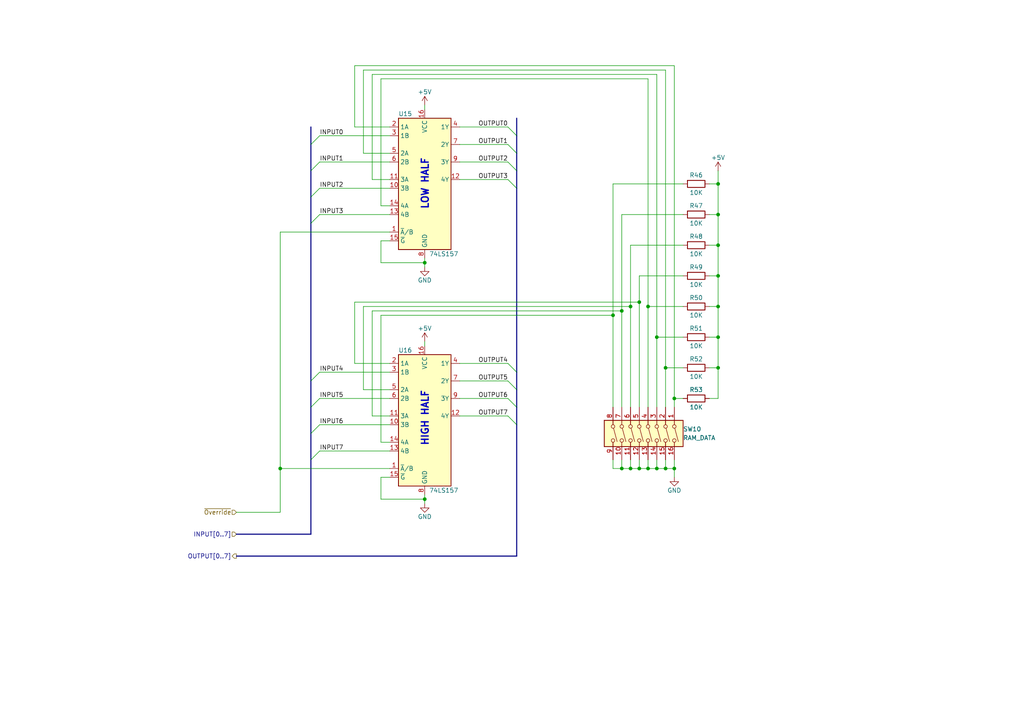
<source format=kicad_sch>
(kicad_sch (version 20231120) (generator "eeschema") (generator_version "8.0")
  (paper "A4")
  (title_block (title "8-Bit Computer - Memory Data Overrider") (date "2024-03-10") (rev "1") (comment 1 "Creator: Matan Brightbert"))
  (lib_symbols
    (symbol "Custom:74LS157"
      (property "Reference" "U" (at -7.62 20.32 0))
      (property "Value" "74LS157" (at 1.27 -20.32 0))
      (symbol "74LS157_0_1"
        (rectangle (start -7.62 19.05) (end 7.62 -19.05) (stroke (width 0.254)) (fill (type background)))
      )
      (symbol "74LS157_1_1"
        (pin input line (at -10.16 -13.97 0) (length 2.54) (name "~{A}/B") (number "1"))
        (pin input line (at -10.16 -1.27 0) (length 2.54) (name "3B") (number "10"))
        (pin input line (at -10.16 1.27 0) (length 2.54) (name "3A") (number "11"))
        (pin tri_state line (at 10.16 1.27 180) (length 2.54) (name "4Y") (number "12"))
        (pin input line (at -10.16 -8.89 0) (length 2.54) (name "4B") (number "13"))
        (pin input line (at -10.16 -6.35 0) (length 2.54) (name "4A") (number "14"))
        (pin input line (at -10.16 -16.51 0) (length 2.54) (name "~{G}") (number "15"))
        (pin power_in line (at 0 21.59 270) (length 2.54) (name "VCC") (number "16"))
        (pin input line (at -10.16 16.51 0) (length 2.54) (name "1A") (number "2"))
        (pin input line (at -10.16 13.97 0) (length 2.54) (name "1B") (number "3"))
        (pin tri_state line (at 10.16 16.51 180) (length 2.54) (name "1Y") (number "4"))
        (pin input line (at -10.16 8.89 0) (length 2.54) (name "2A") (number "5"))
        (pin input line (at -10.16 6.35 0) (length 2.54) (name "2B") (number "6"))
        (pin tri_state line (at 10.16 11.43 180) (length 2.54) (name "2Y") (number "7"))
        (pin power_in line (at 0 -21.59 90) (length 2.54) (name "GND") (number "8"))
        (pin tri_state line (at 10.16 6.35 180) (length 2.54) (name "3Y") (number "9"))
      )
    )
    (symbol "Device:R" (pin_numbers hide) (pin_names (offset 0))
      (property "Reference" "R" (at 2.032 0 90))
      (property "Value" "R" (at 0 0 90))
      (symbol "R_0_1"
        (rectangle (start -1.016 -2.54) (end 1.016 2.54) (stroke (width 0.254)))
      )
      (symbol "R_1_1"
        (pin passive line (at 0 3.81 270) (length 1.27) (name "~") (number "1"))
        (pin passive line (at 0 -3.81 90) (length 1.27) (name "~") (number "2"))
      )
    )
    (symbol "Switch:SW_DIP_x08" (pin_names (offset 0) hide)
      (property "Reference" "SW" (at 0 13.97 0))
      (property "Value" "SW_DIP_x08" (at 0 -11.43 0))
      (symbol "SW_DIP_x08_0_0"
        (circle (center -2.032 -7.62) (radius 0.508))
        (circle (center -2.032 -5.08) (radius 0.508))
        (circle (center -2.032 -2.54) (radius 0.508))
        (circle (center -2.032 0) (radius 0.508))
        (circle (center -2.032 2.54) (radius 0.508))
        (circle (center -2.032 5.08) (radius 0.508))
        (circle (center -2.032 7.62) (radius 0.508))
        (circle (center -2.032 10.16) (radius 0.508))
        (polyline (pts (xy -1.524 -7.4676) (xy 2.3622 -6.4262)))
        (polyline (pts (xy -1.524 -4.9276) (xy 2.3622 -3.8862)))
        (polyline (pts (xy -1.524 -2.3876) (xy 2.3622 -1.3462)))
        (polyline (pts (xy -1.524 0.127) (xy 2.3622 1.1684)))
        (polyline (pts (xy -1.524 2.667) (xy 2.3622 3.7084)))
        (polyline (pts (xy -1.524 5.207) (xy 2.3622 6.2484)))
        (polyline (pts (xy -1.524 7.747) (xy 2.3622 8.7884)))
        (polyline (pts (xy -1.524 10.287) (xy 2.3622 11.3284)))
        (circle (center 2.032 -7.62) (radius 0.508))
        (circle (center 2.032 -5.08) (radius 0.508))
        (circle (center 2.032 -2.54) (radius 0.508))
        (circle (center 2.032 0) (radius 0.508))
        (circle (center 2.032 2.54) (radius 0.508))
        (circle (center 2.032 5.08) (radius 0.508))
        (circle (center 2.032 7.62) (radius 0.508))
        (circle (center 2.032 10.16) (radius 0.508))
      )
      (symbol "SW_DIP_x08_0_1"
        (rectangle (start -3.81 12.7) (end 3.81 -10.16) (stroke (width 0.254)) (fill (type background)))
      )
      (symbol "SW_DIP_x08_1_1"
        (pin passive line (at -7.62 10.16 0) (length 5.08) (name "~") (number "1"))
        (pin passive line (at 7.62 -5.08 180) (length 5.08) (name "~") (number "10"))
        (pin passive line (at 7.62 -2.54 180) (length 5.08) (name "~") (number "11"))
        (pin passive line (at 7.62 0 180) (length 5.08) (name "~") (number "12"))
        (pin passive line (at 7.62 2.54 180) (length 5.08) (name "~") (number "13"))
        (pin passive line (at 7.62 5.08 180) (length 5.08) (name "~") (number "14"))
        (pin passive line (at 7.62 7.62 180) (length 5.08) (name "~") (number "15"))
        (pin passive line (at 7.62 10.16 180) (length 5.08) (name "~") (number "16"))
        (pin passive line (at -7.62 7.62 0) (length 5.08) (name "~") (number "2"))
        (pin passive line (at -7.62 5.08 0) (length 5.08) (name "~") (number "3"))
        (pin passive line (at -7.62 2.54 0) (length 5.08) (name "~") (number "4"))
        (pin passive line (at -7.62 0 0) (length 5.08) (name "~") (number "5"))
        (pin passive line (at -7.62 -2.54 0) (length 5.08) (name "~") (number "6"))
        (pin passive line (at -7.62 -5.08 0) (length 5.08) (name "~") (number "7"))
        (pin passive line (at -7.62 -7.62 0) (length 5.08) (name "~") (number "8"))
        (pin passive line (at 7.62 -7.62 180) (length 5.08) (name "~") (number "9"))
      )
    )
    (symbol "power:+5V" (power) (pin_numbers hide) (pin_names (offset 0) hide)
      (property "Value" "+5V" (at 0 3.556 0))
      (symbol "+5V_0_1"
        (polyline (pts (xy -0.762 1.27) (xy 0 2.54)))
        (polyline (pts (xy 0 0) (xy 0 2.54)))
        (polyline (pts (xy 0 2.54) (xy 0.762 1.27)))
      )
      (symbol "+5V_1_1"
        (pin power_in line (at 0 0 90) (length 0) (name "~") (number "1"))
      )
    )
    (symbol "power:GND" (power) (pin_numbers hide) (pin_names (offset 0) hide)
      (property "Value" "GND" (at 0 -3.81 0))
      (symbol "GND_0_1"
        (polyline (pts (xy 0 0) (xy 0 -1.27) (xy 1.27 -1.27) (xy 0 -2.54) (xy -1.27 -1.27) (xy 0 -1.27)))
      )
      (symbol "GND_1_1"
        (pin power_in line (at 0 0 270) (length 0) (name "~") (number "1"))
      )
    )
  )
  (junction (at 182.88 88.9))
  (junction (at 208.28 88.9))
  (junction (at 190.5 135.89))
  (junction (at 208.28 97.79))
  (junction (at 208.28 62.23))
  (junction (at 193.04 135.89))
  (junction (at 208.28 80.01))
  (junction (at 185.42 135.89))
  (junction (at 208.28 71.12))
  (junction (at 187.96 88.9))
  (junction (at 193.04 106.68))
  (junction (at 190.5 97.79))
  (junction (at 81.28 135.89))
  (junction (at 123.19 76.2))
  (junction (at 195.58 135.89))
  (junction (at 123.19 144.78))
  (junction (at 208.28 106.68))
  (junction (at 187.96 135.89))
  (junction (at 185.42 87.63))
  (junction (at 180.34 135.89))
  (junction (at 208.28 53.34))
  (junction (at 180.34 90.17))
  (junction (at 195.58 115.57))
  (junction (at 177.8 91.44))
  (junction (at 182.88 135.89))
  (bus_entry (at 92.71 54.61) (size -2.54 2.54))
  (bus_entry (at 147.32 120.65) (size 2.54 2.54))
  (bus_entry (at 147.32 41.91) (size 2.54 2.54))
  (bus_entry (at 92.71 107.95) (size -2.54 2.54))
  (bus_entry (at 92.71 130.81) (size -2.54 2.54))
  (bus_entry (at 92.71 115.57) (size -2.54 2.54))
  (bus_entry (at 92.71 62.23) (size -2.54 2.54))
  (bus_entry (at 147.32 52.07) (size 2.54 2.54))
  (bus_entry (at 147.32 110.49) (size 2.54 2.54))
  (bus_entry (at 92.71 123.19) (size -2.54 2.54))
  (bus_entry (at 147.32 115.57) (size 2.54 2.54))
  (bus_entry (at 92.71 46.99) (size -2.54 2.54))
  (bus_entry (at 92.71 39.37) (size -2.54 2.54))
  (bus_entry (at 147.32 36.83) (size 2.54 2.54))
  (bus_entry (at 147.32 105.41) (size 2.54 2.54))
  (bus_entry (at 147.32 46.99) (size 2.54 2.54))
  (wire (pts (xy 123.19 76.2) (xy 123.19 74.93)))
  (wire (pts (xy 92.71 107.95) (xy 113.03 107.95)))
  (wire (pts (xy 182.88 71.12) (xy 182.88 88.9)))
  (wire (pts (xy 110.49 22.86) (xy 187.96 22.86)))
  (wire (pts (xy 102.87 87.63) (xy 185.42 87.63)))
  (wire (pts (xy 92.71 115.57) (xy 113.03 115.57)))
  (wire (pts (xy 113.03 59.69) (xy 110.49 59.69)))
  (wire (pts (xy 107.95 52.07) (xy 107.95 21.59)))
  (bus (pts (xy 149.86 118.11) (xy 149.86 123.19)))
  (wire (pts (xy 177.8 133.35) (xy 177.8 135.89)))
  (wire (pts (xy 180.34 62.23) (xy 180.34 90.17)))
  (wire (pts (xy 195.58 115.57) (xy 195.58 118.11)))
  (wire (pts (xy 195.58 133.35) (xy 195.58 135.89)))
  (wire (pts (xy 177.8 53.34) (xy 177.8 91.44)))
  (wire (pts (xy 180.34 133.35) (xy 180.34 135.89)))
  (wire (pts (xy 185.42 80.01) (xy 185.42 87.63)))
  (wire (pts (xy 208.28 80.01) (xy 208.28 88.9)))
  (wire (pts (xy 113.03 44.45) (xy 105.41 44.45)))
  (wire (pts (xy 208.28 80.01) (xy 205.74 80.01)))
  (wire (pts (xy 208.28 62.23) (xy 205.74 62.23)))
  (wire (pts (xy 133.35 36.83) (xy 147.32 36.83)))
  (wire (pts (xy 92.71 130.81) (xy 113.03 130.81)))
  (wire (pts (xy 193.04 135.89) (xy 190.5 135.89)))
  (wire (pts (xy 195.58 19.05) (xy 195.58 115.57)))
  (bus (pts (xy 90.17 57.15) (xy 90.17 64.77)))
  (wire (pts (xy 110.49 144.78) (xy 123.19 144.78)))
  (bus (pts (xy 149.86 44.45) (xy 149.86 49.53)))
  (wire (pts (xy 81.28 135.89) (xy 113.03 135.89)))
  (wire (pts (xy 177.8 53.34) (xy 198.12 53.34)))
  (wire (pts (xy 81.28 148.59) (xy 81.28 135.89)))
  (wire (pts (xy 193.04 106.68) (xy 198.12 106.68)))
  (wire (pts (xy 133.35 105.41) (xy 147.32 105.41)))
  (wire (pts (xy 133.35 52.07) (xy 147.32 52.07)))
  (wire (pts (xy 208.28 106.68) (xy 208.28 97.79)))
  (wire (pts (xy 102.87 105.41) (xy 102.87 87.63)))
  (wire (pts (xy 110.49 76.2) (xy 123.19 76.2)))
  (wire (pts (xy 208.28 97.79) (xy 205.74 97.79)))
  (wire (pts (xy 177.8 91.44) (xy 177.8 118.11)))
  (wire (pts (xy 187.96 88.9) (xy 187.96 118.11)))
  (wire (pts (xy 190.5 21.59) (xy 190.5 97.79)))
  (wire (pts (xy 110.49 59.69) (xy 110.49 22.86)))
  (wire (pts (xy 113.03 52.07) (xy 107.95 52.07)))
  (wire (pts (xy 107.95 120.65) (xy 107.95 90.17)))
  (wire (pts (xy 177.8 135.89) (xy 180.34 135.89)))
  (wire (pts (xy 193.04 133.35) (xy 193.04 135.89)))
  (wire (pts (xy 110.49 128.27) (xy 110.49 91.44)))
  (wire (pts (xy 123.19 144.78) (xy 123.19 143.51)))
  (wire (pts (xy 208.28 71.12) (xy 205.74 71.12)))
  (wire (pts (xy 92.71 54.61) (xy 113.03 54.61)))
  (wire (pts (xy 110.49 91.44) (xy 177.8 91.44)))
  (wire (pts (xy 113.03 69.85) (xy 110.49 69.85)))
  (wire (pts (xy 92.71 46.99) (xy 113.03 46.99)))
  (bus (pts (xy 68.58 161.29) (xy 149.86 161.29)))
  (wire (pts (xy 187.96 133.35) (xy 187.96 135.89)))
  (wire (pts (xy 208.28 106.68) (xy 205.74 106.68)))
  (wire (pts (xy 187.96 135.89) (xy 190.5 135.89)))
  (wire (pts (xy 195.58 138.43) (xy 195.58 135.89)))
  (wire (pts (xy 180.34 90.17) (xy 180.34 118.11)))
  (wire (pts (xy 113.03 113.03) (xy 105.41 113.03)))
  (bus (pts (xy 149.86 107.95) (xy 149.86 113.03)))
  (wire (pts (xy 102.87 36.83) (xy 102.87 19.05)))
  (wire (pts (xy 110.49 69.85) (xy 110.49 76.2)))
  (wire (pts (xy 180.34 62.23) (xy 198.12 62.23)))
  (wire (pts (xy 113.03 138.43) (xy 110.49 138.43)))
  (bus (pts (xy 90.17 41.91) (xy 90.17 49.53)))
  (wire (pts (xy 190.5 97.79) (xy 198.12 97.79)))
  (bus (pts (xy 90.17 64.77) (xy 90.17 110.49)))
  (wire (pts (xy 113.03 105.41) (xy 102.87 105.41)))
  (bus (pts (xy 149.86 54.61) (xy 149.86 107.95)))
  (wire (pts (xy 133.35 110.49) (xy 147.32 110.49)))
  (wire (pts (xy 110.49 138.43) (xy 110.49 144.78)))
  (wire (pts (xy 208.28 80.01) (xy 208.28 71.12)))
  (wire (pts (xy 182.88 71.12) (xy 198.12 71.12)))
  (wire (pts (xy 113.03 67.31) (xy 81.28 67.31)))
  (wire (pts (xy 208.28 53.34) (xy 205.74 53.34)))
  (wire (pts (xy 107.95 21.59) (xy 190.5 21.59)))
  (wire (pts (xy 187.96 22.86) (xy 187.96 88.9)))
  (wire (pts (xy 113.03 120.65) (xy 107.95 120.65)))
  (wire (pts (xy 81.28 67.31) (xy 81.28 135.89)))
  (wire (pts (xy 185.42 133.35) (xy 185.42 135.89)))
  (wire (pts (xy 208.28 49.53) (xy 208.28 53.34)))
  (wire (pts (xy 182.88 135.89) (xy 185.42 135.89)))
  (bus (pts (xy 90.17 110.49) (xy 90.17 118.11)))
  (bus (pts (xy 149.86 113.03) (xy 149.86 118.11)))
  (wire (pts (xy 187.96 88.9) (xy 198.12 88.9)))
  (wire (pts (xy 123.19 77.47) (xy 123.19 76.2)))
  (wire (pts (xy 180.34 135.89) (xy 182.88 135.89)))
  (wire (pts (xy 182.88 133.35) (xy 182.88 135.89)))
  (wire (pts (xy 185.42 80.01) (xy 198.12 80.01)))
  (wire (pts (xy 185.42 135.89) (xy 187.96 135.89)))
  (wire (pts (xy 133.35 120.65) (xy 147.32 120.65)))
  (wire (pts (xy 92.71 62.23) (xy 113.03 62.23)))
  (bus (pts (xy 90.17 125.73) (xy 90.17 133.35)))
  (wire (pts (xy 208.28 88.9) (xy 205.74 88.9)))
  (wire (pts (xy 92.71 123.19) (xy 113.03 123.19)))
  (bus (pts (xy 90.17 49.53) (xy 90.17 57.15)))
  (wire (pts (xy 182.88 88.9) (xy 182.88 118.11)))
  (wire (pts (xy 190.5 133.35) (xy 190.5 135.89)))
  (wire (pts (xy 123.19 146.05) (xy 123.19 144.78)))
  (wire (pts (xy 68.58 148.59) (xy 81.28 148.59)))
  (wire (pts (xy 195.58 115.57) (xy 198.12 115.57)))
  (bus (pts (xy 149.86 34.29) (xy 149.86 39.37)))
  (wire (pts (xy 208.28 115.57) (xy 208.28 106.68)))
  (wire (pts (xy 133.35 46.99) (xy 147.32 46.99)))
  (wire (pts (xy 208.28 71.12) (xy 208.28 62.23)))
  (bus (pts (xy 68.58 154.94) (xy 90.17 154.94)))
  (bus (pts (xy 90.17 36.83) (xy 90.17 41.91)))
  (bus (pts (xy 149.86 49.53) (xy 149.86 54.61)))
  (wire (pts (xy 190.5 97.79) (xy 190.5 118.11)))
  (wire (pts (xy 113.03 36.83) (xy 102.87 36.83)))
  (wire (pts (xy 102.87 19.05) (xy 195.58 19.05)))
  (bus (pts (xy 90.17 133.35) (xy 90.17 154.94)))
  (wire (pts (xy 113.03 128.27) (xy 110.49 128.27)))
  (wire (pts (xy 195.58 135.89) (xy 193.04 135.89)))
  (wire (pts (xy 193.04 106.68) (xy 193.04 118.11)))
  (wire (pts (xy 208.28 97.79) (xy 208.28 88.9)))
  (wire (pts (xy 123.19 99.06) (xy 123.19 100.33)))
  (wire (pts (xy 92.71 39.37) (xy 113.03 39.37)))
  (wire (pts (xy 133.35 115.57) (xy 147.32 115.57)))
  (wire (pts (xy 105.41 20.32) (xy 193.04 20.32)))
  (wire (pts (xy 208.28 115.57) (xy 205.74 115.57)))
  (wire (pts (xy 105.41 113.03) (xy 105.41 88.9)))
  (wire (pts (xy 105.41 44.45) (xy 105.41 20.32)))
  (wire (pts (xy 185.42 87.63) (xy 185.42 118.11)))
  (bus (pts (xy 90.17 118.11) (xy 90.17 125.73)))
  (wire (pts (xy 107.95 90.17) (xy 180.34 90.17)))
  (wire (pts (xy 105.41 88.9) (xy 182.88 88.9)))
  (wire (pts (xy 208.28 62.23) (xy 208.28 53.34)))
  (wire (pts (xy 123.19 30.48) (xy 123.19 31.75)))
  (wire (pts (xy 193.04 20.32) (xy 193.04 106.68)))
  (wire (pts (xy 133.35 41.91) (xy 147.32 41.91)))
  (bus (pts (xy 149.86 39.37) (xy 149.86 44.45)))
  (bus (pts (xy 149.86 123.19) (xy 149.86 161.29)))
  (text "LOW HALF" (at 124.46 60.96 90) (effects (font (size 2 2) (thickness 0.4) (bold yes)) (justify left bottom)))
  (text "HIGH HALF" (at 124.46 129.54 90) (effects (font (size 2 2) (thickness 0.4) (bold yes)) (justify left bottom)))
  (label "OUTPUT3" (at 147.32 52.07 180))
  (label "INPUT5" (at 92.71 115.57 0))
  (label "OUTPUT4" (at 147.32 105.41 180))
  (label "INPUT7" (at 92.71 130.81 0))
  (label "INPUT1" (at 92.71 46.99 0))
  (label "OUTPUT2" (at 147.32 46.99 180))
  (label "OUTPUT7" (at 147.32 120.65 180))
  (label "INPUT2" (at 92.71 54.61 0))
  (label "OUTPUT0" (at 147.32 36.83 180))
  (label "OUTPUT5" (at 147.32 110.49 180))
  (label "INPUT6" (at 92.71 123.19 0))
  (label "OUTPUT6" (at 147.32 115.57 180))
  (label "INPUT0" (at 92.71 39.37 0))
  (label "INPUT4" (at 92.71 107.95 0))
  (label "OUTPUT1" (at 147.32 41.91 180))
  (label "INPUT3" (at 92.71 62.23 0))
  (hierarchical_label "~{Override}" (shape input) (at 68.58 148.59 180))
  (hierarchical_label "OUTPUT[0..7]" (shape output) (at 68.58 161.29 180))
  (hierarchical_label "INPUT[0..7]" (shape input) (at 68.58 154.94 180))
  (symbol (lib_id "Device:R") (at 201.93 53.34 270) (mirror x) (unit 1)
    (property "Reference" "R46" (at 201.93 50.8 90))
    (property "Value" "10K" (at 201.93 55.88 90))
    (property "Footprint" "Resistor_THT:R_Axial_DIN0207_L6.3mm_D2.5mm_P7.62mm_Horizontal" (effects (hide yes)))
    (property "Description" "Resistor" (effects (hide yes)))
  )
  (symbol (lib_id "power:+5V") (at 208.28 49.53 0) (mirror y) (unit 1)
    (property "Reference" "#PWR038" (effects (hide yes)))
    (property "Value" "+5V" (at 208.28 45.72 0))
    (property "Description" "Power symbol creates a global label with name \"+5V\"" (effects (hide yes)))
  )
  (symbol (lib_id "power:+5V") (at 123.19 30.48 0) (unit 1)
    (property "Reference" "#PWR033" (effects (hide yes)))
    (property "Value" "+5V" (at 123.19 26.67 0))
    (property "Description" "Power symbol creates a global label with name \"+5V\"" (effects (hide yes)))
  )
  (symbol (lib_id "Switch:SW_DIP_x08") (at 185.42 125.73 270) (unit 1)
    (property "Reference" "SW10" (at 198.12 124.46 90) (effects (justify left)))
    (property "Value" "RAM_DATA" (at 198.12 127 90) (effects (justify left)))
    (property "Footprint" "Button_Switch_THT:SW_DIP_SPSTx08_Slide_9.78x22.5mm_W7.62mm_P2.54mm" (effects (hide yes)))
    (property "Description" "8x DIP Switch, Single Pole Single Throw (SPST) switch, small symbol" (effects (hide yes)))
  )
  (symbol (lib_id "Custom:74LS157") (at 123.19 121.92 0) (unit 1)
    (property "Reference" "U16" (at 115.57 101.6 0) (effects (justify left)))
    (property "Value" "74LS157" (at 124.46 142.24 0) (effects (justify left)))
    (property "Footprint" "Package_DIP:DIP-16_W7.62mm" (effects (hide yes)))
  )
  (symbol (lib_id "power:GND") (at 123.19 77.47 0) (unit 1)
    (property "Reference" "#PWR034" (effects (hide yes)))
    (property "Value" "GND" (at 123.19 81.28 0))
    (property "Description" "Power symbol creates a global label with name \"GND\" , ground" (effects (hide yes)))
  )
  (symbol (lib_id "power:GND") (at 123.19 146.05 0) (unit 1)
    (property "Reference" "#PWR036" (effects (hide yes)))
    (property "Value" "GND" (at 123.19 149.86 0))
    (property "Description" "Power symbol creates a global label with name \"GND\" , ground" (effects (hide yes)))
  )
  (symbol (lib_id "power:GND") (at 195.58 138.43 0) (unit 1)
    (property "Reference" "#PWR037" (effects (hide yes)))
    (property "Value" "GND" (at 195.58 142.24 0))
    (property "Description" "Power symbol creates a global label with name \"GND\" , ground" (effects (hide yes)))
  )
  (symbol (lib_id "Device:R") (at 201.93 106.68 270) (mirror x) (unit 1)
    (property "Reference" "R52" (at 201.93 104.14 90))
    (property "Value" "10K" (at 201.93 109.22 90))
    (property "Footprint" "Resistor_THT:R_Axial_DIN0207_L6.3mm_D2.5mm_P7.62mm_Horizontal" (effects (hide yes)))
    (property "Description" "Resistor" (effects (hide yes)))
  )
  (symbol (lib_id "Device:R") (at 201.93 71.12 270) (mirror x) (unit 1)
    (property "Reference" "R48" (at 201.93 68.58 90))
    (property "Value" "10K" (at 201.93 73.66 90))
    (property "Footprint" "Resistor_THT:R_Axial_DIN0207_L6.3mm_D2.5mm_P7.62mm_Horizontal" (effects (hide yes)))
    (property "Description" "Resistor" (effects (hide yes)))
  )
  (symbol (lib_id "Device:R") (at 201.93 97.79 270) (mirror x) (unit 1)
    (property "Reference" "R51" (at 201.93 95.25 90))
    (property "Value" "10K" (at 201.93 100.33 90))
    (property "Footprint" "Resistor_THT:R_Axial_DIN0207_L6.3mm_D2.5mm_P7.62mm_Horizontal" (effects (hide yes)))
    (property "Description" "Resistor" (effects (hide yes)))
  )
  (symbol (lib_id "Device:R") (at 201.93 88.9 270) (mirror x) (unit 1)
    (property "Reference" "R50" (at 201.93 86.36 90))
    (property "Value" "10K" (at 201.93 91.44 90))
    (property "Footprint" "Resistor_THT:R_Axial_DIN0207_L6.3mm_D2.5mm_P7.62mm_Horizontal" (effects (hide yes)))
    (property "Description" "Resistor" (effects (hide yes)))
  )
  (symbol (lib_id "Device:R") (at 201.93 80.01 270) (mirror x) (unit 1)
    (property "Reference" "R49" (at 201.93 77.47 90))
    (property "Value" "10K" (at 201.93 82.55 90))
    (property "Footprint" "Resistor_THT:R_Axial_DIN0207_L6.3mm_D2.5mm_P7.62mm_Horizontal" (effects (hide yes)))
    (property "Description" "Resistor" (effects (hide yes)))
  )
  (symbol (lib_id "Device:R") (at 201.93 62.23 270) (mirror x) (unit 1)
    (property "Reference" "R47" (at 201.93 59.69 90))
    (property "Value" "10K" (at 201.93 64.77 90))
    (property "Footprint" "Resistor_THT:R_Axial_DIN0207_L6.3mm_D2.5mm_P7.62mm_Horizontal" (effects (hide yes)))
    (property "Description" "Resistor" (effects (hide yes)))
  )
  (symbol (lib_id "Device:R") (at 201.93 115.57 270) (mirror x) (unit 1)
    (property "Reference" "R53" (at 201.93 113.03 90))
    (property "Value" "10K" (at 201.93 118.11 90))
    (property "Footprint" "Resistor_THT:R_Axial_DIN0207_L6.3mm_D2.5mm_P7.62mm_Horizontal" (effects (hide yes)))
    (property "Description" "Resistor" (effects (hide yes)))
  )
  (symbol (lib_id "power:+5V") (at 123.19 99.06 0) (unit 1)
    (property "Reference" "#PWR035" (effects (hide yes)))
    (property "Value" "+5V" (at 123.19 95.25 0))
    (property "Description" "Power symbol creates a global label with name \"+5V\"" (effects (hide yes)))
  )
  (symbol (lib_id "Custom:74LS157") (at 123.19 53.34 0) (unit 1)
    (property "Reference" "U15" (at 115.57 33.02 0) (effects (justify left)))
    (property "Value" "74LS157" (at 124.46 73.66 0) (effects (justify left)))
    (property "Footprint" "Package_DIP:DIP-16_W7.62mm" (effects (hide yes)))
  )
)
</source>
